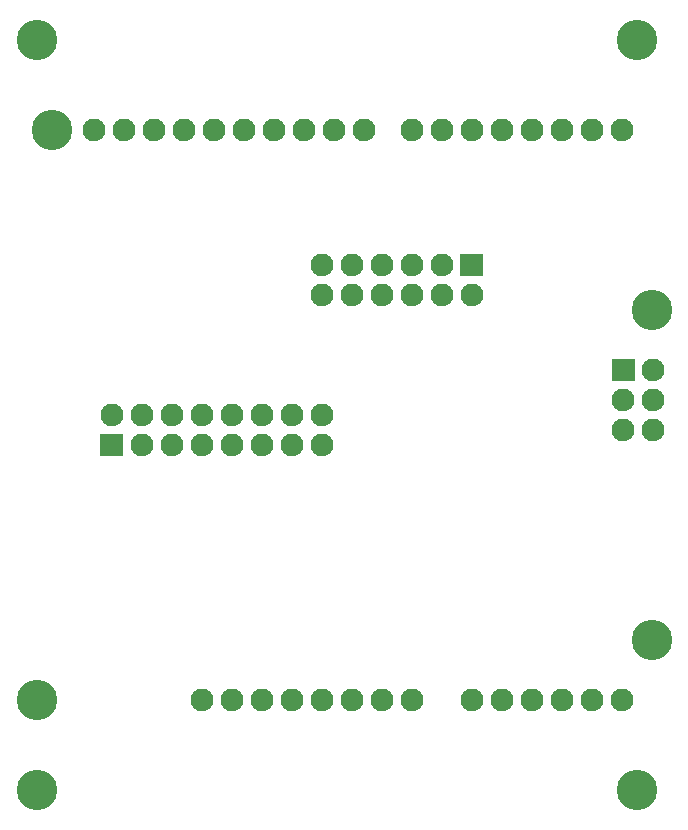
<source format=gbr>
G04 start of page 7 for group -4062 idx -4062 *
G04 Title: (unknown), soldermask *
G04 Creator: pcb 20140316 *
G04 CreationDate: Wed 25 Jul 2018 01:27:56 PM GMT UTC *
G04 For: thomasc *
G04 Format: Gerber/RS-274X *
G04 PCB-Dimensions (mil): 2500.00 3000.00 *
G04 PCB-Coordinate-Origin: lower left *
%MOIN*%
%FSLAX25Y25*%
%LNBOTTOMMASK*%
%ADD38C,0.0001*%
%ADD37C,0.1350*%
%ADD36C,0.0760*%
G54D36*X134000Y245000D03*
X220000D03*
X200000D03*
X210000D03*
G54D37*X225000Y275000D03*
G54D36*X180000Y245000D03*
X190000D03*
X170000D03*
X160000D03*
X150000D03*
X84000D03*
X74000D03*
X94000D03*
X104000D03*
X44000D03*
X64000D03*
X54000D03*
X114000D03*
X124000D03*
G54D37*X25000Y275000D03*
X30000Y245000D03*
G54D36*X80000Y55000D03*
X90000D03*
G54D37*X25000Y25000D03*
Y55000D03*
G54D36*X120000D03*
X110000D03*
X100000D03*
X130000D03*
X140000D03*
X150000D03*
X170000D03*
X180000D03*
X210000D03*
X220000D03*
G54D37*X230000Y75000D03*
X225000Y25000D03*
G54D36*X200000Y55000D03*
X190000D03*
X50000Y150000D03*
G54D38*G36*
X46200Y143800D02*Y136200D01*
X53800D01*
Y143800D01*
X46200D01*
G37*
G54D36*X60000Y150000D03*
Y140000D03*
X70000Y150000D03*
Y140000D03*
X80000Y150000D03*
Y140000D03*
X90000D03*
X100000D03*
X110000D03*
X120000D03*
X90000Y150000D03*
X100000D03*
X110000D03*
X120000D03*
X230500Y165000D03*
G54D38*G36*
X216700Y168800D02*Y161200D01*
X224300D01*
Y168800D01*
X216700D01*
G37*
G54D36*X220500Y155000D03*
Y145000D03*
G54D37*X230000Y185000D03*
G54D36*X230500Y155000D03*
Y145000D03*
X170000Y190000D03*
X160000D03*
X150000D03*
X140000D03*
X130000D03*
X120000D03*
Y200000D03*
X130000D03*
X160000D03*
G54D38*G36*
X166200Y203800D02*Y196200D01*
X173800D01*
Y203800D01*
X166200D01*
G37*
G54D36*X150000Y200000D03*
X140000D03*
M02*

</source>
